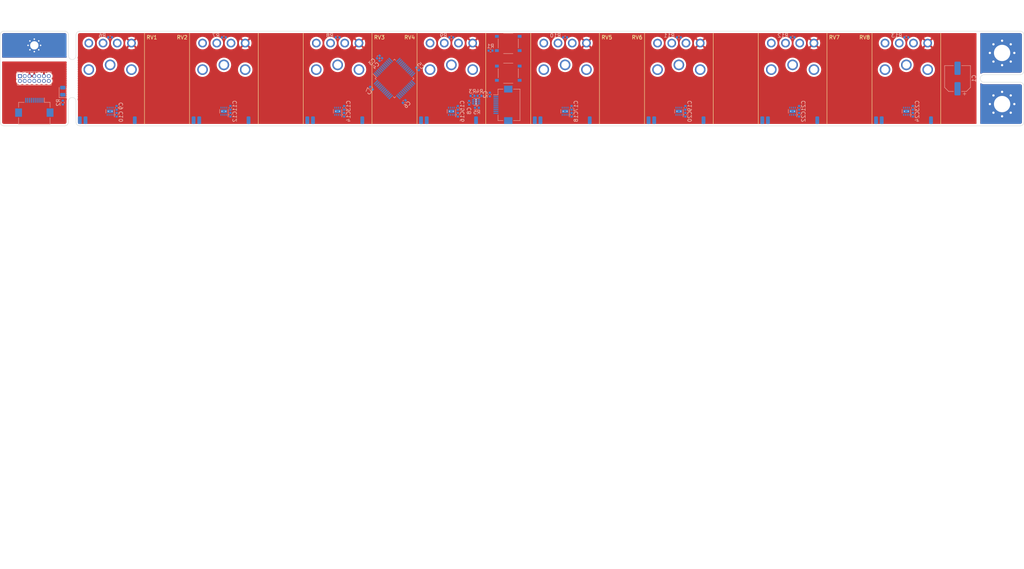
<source format=kicad_pcb>
(kicad_pcb (version 20211014) (generator pcbnew)

  (general
    (thickness 1.6)
  )

  (paper "A4")
  (layers
    (0 "F.Cu" signal)
    (31 "B.Cu" signal)
    (32 "B.Adhes" user "B.Adhesive")
    (33 "F.Adhes" user "F.Adhesive")
    (34 "B.Paste" user)
    (35 "F.Paste" user)
    (36 "B.SilkS" user "B.Silkscreen")
    (37 "F.SilkS" user "F.Silkscreen")
    (38 "B.Mask" user)
    (39 "F.Mask" user)
    (40 "Dwgs.User" user "User.Drawings")
    (41 "Cmts.User" user "User.Comments")
    (42 "Eco1.User" user "User.Eco1")
    (43 "Eco2.User" user "User.Eco2")
    (44 "Edge.Cuts" user)
    (45 "Margin" user)
    (46 "B.CrtYd" user "B.Courtyard")
    (47 "F.CrtYd" user "F.Courtyard")
    (48 "B.Fab" user)
    (49 "F.Fab" user)
    (50 "User.1" user)
    (51 "User.2" user)
    (52 "User.3" user)
    (53 "User.4" user)
    (54 "User.5" user)
    (55 "User.6" user)
    (56 "User.7" user)
    (57 "User.8" user)
    (58 "User.9" user)
  )

  (setup
    (stackup
      (layer "F.SilkS" (type "Top Silk Screen") (color "White"))
      (layer "F.Paste" (type "Top Solder Paste"))
      (layer "F.Mask" (type "Top Solder Mask") (color "Green") (thickness 0.01))
      (layer "F.Cu" (type "copper") (thickness 0.035))
      (layer "dielectric 1" (type "core") (thickness 1.51) (material "FR4") (epsilon_r 4.5) (loss_tangent 0.02))
      (layer "B.Cu" (type "copper") (thickness 0.035))
      (layer "B.Mask" (type "Bottom Solder Mask") (color "Green") (thickness 0.01))
      (layer "B.Paste" (type "Bottom Solder Paste"))
      (layer "B.SilkS" (type "Bottom Silk Screen") (color "White"))
      (copper_finish "ENIG")
      (dielectric_constraints no)
    )
    (pad_to_mask_clearance 0)
    (pcbplotparams
      (layerselection 0x00010fc_ffffffff)
      (disableapertmacros false)
      (usegerberextensions false)
      (usegerberattributes true)
      (usegerberadvancedattributes true)
      (creategerberjobfile true)
      (svguseinch false)
      (svgprecision 6)
      (excludeedgelayer true)
      (plotframeref false)
      (viasonmask false)
      (mode 1)
      (useauxorigin false)
      (hpglpennumber 1)
      (hpglpenspeed 20)
      (hpglpendiameter 15.000000)
      (dxfpolygonmode true)
      (dxfimperialunits true)
      (dxfusepcbnewfont true)
      (psnegative false)
      (psa4output false)
      (plotreference true)
      (plotvalue true)
      (plotinvisibletext false)
      (sketchpadsonfab false)
      (subtractmaskfromsilk false)
      (outputformat 1)
      (mirror false)
      (drillshape 1)
      (scaleselection 1)
      (outputdirectory "")
    )
  )

  (net 0 "")
  (net 1 "VDC")
  (net 2 "GND")
  (net 3 "+3V3")
  (net 4 "Net-(D1-Pad1)")
  (net 5 "VCC")
  (net 6 "/SWDIO{slash}DIR4")
  (net 7 "/SWCLK{slash}DIR3")
  (net 8 "/SWO{slash}DIR1")
  (net 9 "/NRST")
  (net 10 "/BOOT0")
  (net 11 "/ALERT")
  (net 12 "/USART1_RX")
  (net 13 "/USART1_TX")
  (net 14 "unconnected-(J1-PadMP)")
  (net 15 "/T_VCP_TX")
  (net 16 "GND1")
  (net 17 "/T_VCP_RX")
  (net 18 "Net-(J2-Pad4)")
  (net 19 "unconnected-(J2-Pad5)")
  (net 20 "/T_SWO")
  (net 21 "/T_SWCLK")
  (net 22 "/T_SWDIO")
  (net 23 "unconnected-(J2-PadMP)")
  (net 24 "unconnected-(J3-Pad1)")
  (net 25 "unconnected-(J3-Pad2)")
  (net 26 "unconnected-(J3-Pad10)")
  (net 27 "Net-(P1-Pad1)")
  (net 28 "Net-(P2-Pad1)")
  (net 29 "Net-(P3-Pad1)")
  (net 30 "Net-(P4-Pad1)")
  (net 31 "Net-(P5-Pad1)")
  (net 32 "Net-(P6-Pad1)")
  (net 33 "Net-(P7-Pad1)")
  (net 34 "Net-(P8-Pad1)")
  (net 35 "Net-(P13-Pad1)")
  (net 36 "Net-(P14-Pad1)")
  (net 37 "Net-(P15-Pad1)")
  (net 38 "Net-(P16-Pad1)")
  (net 39 "Net-(P17-Pad1)")
  (net 40 "Net-(P18-Pad1)")
  (net 41 "Net-(P19-Pad1)")
  (net 42 "Net-(P20-Pad1)")
  (net 43 "/SDA")
  (net 44 "/SCL")
  (net 45 "/TOUCH1")
  (net 46 "/TOUCH2")
  (net 47 "/TOUCH3")
  (net 48 "/TOUCH4")
  (net 49 "/TOUCH5")
  (net 50 "/TOUCH6")
  (net 51 "/TOUCH7")
  (net 52 "/TOUCH8")
  (net 53 "/ADC1")
  (net 54 "unconnected-(RV1-PadMP)")
  (net 55 "/ADC2")
  (net 56 "unconnected-(RV2-PadMP)")
  (net 57 "/ADC3")
  (net 58 "unconnected-(RV3-PadMP)")
  (net 59 "/ADC4")
  (net 60 "unconnected-(RV4-PadMP)")
  (net 61 "/ADC5")
  (net 62 "unconnected-(RV5-PadMP)")
  (net 63 "/ADC6")
  (net 64 "unconnected-(RV6-PadMP)")
  (net 65 "/ADC7")
  (net 66 "unconnected-(RV7-PadMP)")
  (net 67 "/ADC8")
  (net 68 "unconnected-(RV8-PadMP)")
  (net 69 "/DIR8")
  (net 70 "/DIR5")
  (net 71 "/DIR2")
  (net 72 "/DIR7")
  (net 73 "/PWM1")
  (net 74 "/PWM2")
  (net 75 "/NSLEEP")
  (net 76 "/DIR6")
  (net 77 "/PWM3")
  (net 78 "/PWM4")
  (net 79 "/PWM5")
  (net 80 "/PWM6")
  (net 81 "/PWM7")
  (net 82 "/PWM8")
  (net 83 "/T_NRST")
  (net 84 "unconnected-(J3-Pad9)")

  (footprint "faderboard:MouseBite_D0.3mm" (layer "F.Cu") (at 31.65 41.65))

  (footprint "MountingHole:MountingHole_4.3mm_M4_Pad_Via" (layer "F.Cu") (at 277.75 37.6))

  (footprint "faderboard:MouseBite_D0.3mm" (layer "F.Cu") (at 33.35 48.85))

  (footprint "faderboard:MouseBite_D0.3mm" (layer "F.Cu") (at 33.35 42.85))

  (footprint "faderboard:MouseBite_D0.3mm" (layer "F.Cu") (at 33.35 45.25))

  (footprint "faderboard:MouseBite_D0.3mm" (layer "F.Cu") (at 31.65 48.25))

  (footprint "faderboard:MouseBite_D0.3mm" (layer "F.Cu") (at 31.65 39.85))

  (footprint "faderboard:MouseBite_D0.3mm" (layer "F.Cu") (at 31.65 39.25))

  (footprint "faderboard:MouseBite_D0.3mm" (layer "F.Cu") (at 33.35 45.85))

  (footprint "faderboard:Fader_Alps_RSx0N11M9A0x" (layer "F.Cu") (at 72.5 35))

  (footprint "faderboard:MouseBite_D0.3mm" (layer "F.Cu") (at 31.65 47.05))

  (footprint "faderboard:MouseBite_D0.3mm" (layer "F.Cu") (at 31.65 43.45))

  (footprint "faderboard:MouseBite_D0.3mm" (layer "F.Cu") (at 31.65 45.25))

  (footprint "faderboard:MouseBite_D0.3mm" (layer "F.Cu") (at 31.65 49.45))

  (footprint "faderboard:MouseBite_D0.3mm" (layer "F.Cu") (at 33.35 41.65))

  (footprint "faderboard:MouseBite_D0.3mm" (layer "F.Cu") (at 31.65 44.05))

  (footprint "faderboard:MouseBite_D0.3mm" (layer "F.Cu") (at 33.35 44.05))

  (footprint "faderboard:MouseBite_D0.3mm" (layer "F.Cu") (at 33.35 49.45))

  (footprint "faderboard:MouseBite_D0.3mm" (layer "F.Cu") (at 31.65 42.85))

  (footprint "faderboard:Fader_Alps_RSx0N11M9A0x" (layer "F.Cu") (at 222.5 35))

  (footprint "faderboard:MouseBite_D0.3mm" (layer "F.Cu") (at 33.35 46.45))

  (footprint "MountingHole:MountingHole_4.3mm_M4_Pad_Via" (layer "F.Cu") (at 277.75 51.1))

  (footprint "faderboard:MouseBite_D0.3mm" (layer "F.Cu") (at 33.35 44.65))

  (footprint "faderboard:Fader_Alps_RSx0N11M9A0x" (layer "F.Cu") (at 42.5 35))

  (footprint "faderboard:MouseBite_D0.3mm" (layer "F.Cu") (at 33.35 47.05))

  (footprint "faderboard:MouseBite_D0.3mm" (layer "F.Cu") (at 31.65 47.65))

  (footprint "faderboard:MouseBite_D0.3mm" (layer "F.Cu") (at 31.65 46.45))

  (footprint "faderboard:Fader_Alps_RSx0N11M9A0x" (layer "F.Cu") (at 252.5 35))

  (footprint "faderboard:Fader_Alps_RSx0N11M9A0x" (layer "F.Cu") (at 162.5 35))

  (footprint "faderboard:MouseBite_D0.3mm" (layer "F.Cu") (at 31.65 45.85))

  (footprint "faderboard:MouseBite_D0.3mm" (layer "F.Cu") (at 33.35 39.25))

  (footprint "faderboard:MouseBite_D0.3mm" (layer "F.Cu") (at 33.35 42.25))

  (footprint "faderboard:Fader_Alps_RSx0N11M9A0x" (layer "F.Cu") (at 102.5 35))

  (footprint "faderboard:MouseBite_D0.3mm" (layer "F.Cu") (at 33.35 41.05))

  (footprint "faderboard:MouseBite_D0.3mm" (layer "F.Cu") (at 33.35 47.65))

  (footprint "faderboard:MouseBite_D0.3mm" (layer "F.Cu") (at 31.65 40.45))

  (footprint "faderboard:MouseBite_D0.3mm" (layer "F.Cu") (at 31.65 41.05))

  (footprint "faderboard:Fader_Alps_RSx0N11M9A0x" (layer "F.Cu") (at 132.5 35))

  (footprint "faderboard:MouseBite_D0.3mm" (layer "F.Cu") (at 31.65 44.65))

  (footprint "faderboard:MouseBite_D0.3mm" (layer "F.Cu") (at 31.65 48.85))

  (footprint "MountingHole:MountingHole_2.2mm_M2_Pad_Via" (layer "F.Cu") (at 22.5 35.6))

  (footprint "faderboard:Fader_Alps_RSx0N11M9A0x" (layer "F.Cu") (at 192.5 35))

  (footprint "faderboard:MouseBite_D0.3mm" (layer "F.Cu") (at 33.35 40.45))

  (footprint "faderboard:MouseBite_D0.3mm" (layer "F.Cu") (at 33.35 39.85))

  (footprint "faderboard:MouseBite_D0.3mm" (layer "F.Cu") (at 33.35 43.45))

  (footprint "faderboard:MouseBite_D0.3mm" (layer "F.Cu") (at 33.35 48.25))

  (footprint "faderboard:MouseBite_D0.3mm" (layer "F.Cu") (at 31.65 42.25))

  (footprint "Package_SON:WSON-8-1EP_2x2mm_P0.5mm_EP0.9x1.6mm_ThermalVias" (layer "B.Cu") (at 252.5 53 90))

  (footprint "Capacitor_SMD:CP_Elec_6.3x7.7" (layer "B.Cu") (at 266 44.35 90))

  (footprint "Capacitor_SMD:C_0402_1005Metric" (layer "B.Cu") (at 224.21 52.09 -90))

  (footprint "Connector_FFC-FPC:Hirose_FH12-10S-0.5SH_1x10-1MP_P0.50mm_Horizontal" (layer "B.Cu") (at 146.1 51.3 -90))

  (footprint "Resistor_SMD:R_0402_1005Metric" (layer "B.Cu") (at 30 50.7 -90))

  (footprint "Package_SON:WSON-8-1EP_2x2mm_P0.5mm_EP0.9x1.6mm_ThermalVias" (layer "B.Cu") (at 102.5 53 90))

  (footprint "Capacitor_SMD:C_0402_1005Metric" (layer "B.Cu") (at 224.21 53.91 90))

  (footprint "Connector_Wire:SolderWirePad_1x01_SMD_1x2mm" (layer "B.Cu") (at 246 55.35 180))

  (footprint "Capacitor_SMD:C_0402_1005Metric" (layer "B.Cu") (at 194.21 52.09 -90))

  (footprint "Capacitor_SMD:C_0402_1005Metric" (layer "B.Cu") (at 104.21 53.91 90))

  (footprint "Connector_Wire:SolderWirePad_1x01_SMD_1x2mm" (layer "B.Cu") (at 214.5 55.35 180))

  (footprint "Package_SON:WSON-8-1EP_2x2mm_P0.5mm_EP0.9x1.6mm_ThermalVias" (layer "B.Cu") (at 132.5 53 90))

  (footprint "Capacitor_SMD:C_0402_1005Metric" (layer "B.Cu") (at 44.21 52.09 -90))

  (footprint "Resistor_SMD:R_0402_1005Metric" (layer "B.Cu") (at 102.5 33.5))

  (footprint "Connector_Wire:SolderWirePad_1x01_SMD_1x2mm" (layer "B.Cu") (at 49 55.35 180))

  (footprint "Resistor_SMD:R_0402_1005Metric" (layer "B.Cu") (at 139.24 52.07))

  (footprint "Capacitor_SMD:C_0402_1005Metric" (layer "B.Cu") (at 164.21 53.91 90))

  (footprint "Capacitor_SMD:C_0402_1005Metric" (layer "B.Cu") (at 142.64 48.57 90))

  (footprint "Capacitor_SMD:C_0402_1005Metric" (layer "B.Cu") (at 74.21 52.09 -90))

  (footprint "Connector_Wire:SolderWirePad_1x01_SMD_1x2mm" (layer "B.Cu") (at 259 55.35 180))

  (footprint "Connector_Wire:SolderWirePad_1x01_SMD_1x2mm" (layer "B.Cu") (at 169 55.35 180))

  (footprint "Capacitor_SMD:C_0402_1005Metric" (layer "B.Cu") (at 254.21 52.09 -90))

  (footprint "Capacitor_SMD:C_0402_1005Metric" (layer "B.Cu") (at 113.886684 39.322471 -135))

  (footprint "Capacitor_SMD:C_0402_1005Metric" (layer "B.Cu") (at 134.21 52.09 -90))

  (footprint "Connector_Wire:SolderWirePad_1x01_SMD_1x2mm" (layer "B.Cu") (at 94.5 55.35 180))

  (footprint "faderboard:SW_Push_SPST_NO_XKB_TS-1187A-X-X-X" (layer "B.Cu") (at 147.5 42.95 180))

  (footprint "Capacitor_SMD:C_0402_1005Metric" (layer "B.Cu") (at 44.21 53.91 90))

  (footprint "Capacitor_SMD:C_0402_1005Metric" (layer "B.Cu") (at 123.588189 41.797345 135))

  (footprint "Connector_Wire:SolderWirePad_1x01_SMD_1x2mm" (layer "B.Cu") (at 216 55.35 180))

  (footprint "Resistor_SMD:R_0402_1005Metric" (layer "B.Cu") (at 142.82 36.975 180))

  (footprint "Connector_Wire:SolderWirePad_1x01_SMD_1x2mm" (layer "B.Cu") (at 154.5 55.35 180))

  (footprint "Package_TO_SOT_SMD:SOT-563" (layer "B.Cu") (at 139 50.5 180))

  (footprint "Capacitor_SMD:C_0402_1005Metric" (layer "B.Cu") (at 254.21 53.91 90))

  (footprint "Package_SON:WSON-8-1EP_2x2mm_P0.5mm_EP0.9x1.6mm_ThermalVias" (layer "B.Cu") (at 72.5 53 90))

  (footprint "Connector_Wire:SolderWirePad_1x01_SMD_1x2mm" (layer "B.Cu") (at 126 55.35 180))

  (footprint "Resistor_SMD:R_0402_1005Metric" (layer "B.Cu") (at 139.93 48.93 180))

  (footprint "Connector_Wire:SolderWirePad_1x01_SMD_1x2mm" (layer "B.Cu") (at 109 55.35 180))

  (footprint "Connector_Wire:SolderWirePad_1x01_SMD_1x2mm" (layer "B.Cu") (at 64.5 55.35 180))

  (footprint "Connector_Wire:SolderWirePad_1x01_SMD_1x2mm" (layer "B.Cu") (at 96 55.35 180))

  (footprint "Connector_Wire:SolderWirePad_1x01_SMD_1x2mm" (layer "B.Cu")
    (tedit 5DD6EB27) (tstamp 917f6612-8c95-40ce-9683-f6bee70382ac)
    (at 139 55.35 180)
    (descr "Wire Pad, Square, SMD Pad,  1mm x 2mm,")
    (tags "MesurementPoint Square SMDPad 1mmx2mm ")
    (property "Sheetfile" "faderboard.kicad_sch")
    (property "Sheetname" "")
    (property "exclude_from_bom" "")
    (path "/4b55f6d8-6a97-47f3-8c96-32886e8e349e")
    (attr exclude_from_pos_files exclude_from_bom)
    (fp_text reference "P7" (at 0 2.54) (layer "B.SilkS") hide
      (effects (font (size 1 1) (thickness 0.15)) (justify mirror))
      (tstamp ef4e43d0-5320-42cc-93cd-4ca915a2bc22)
    )
    (fp_text value "A" (at 0 -2.54) (layer "B.Fab")
      (effects (font (size 1 1) (thickness 0.15)) (justify mirror))
      (tstamp 13308189-ae2e-4e13-89b8-1c9cff1d541f)
    )
    (fp_text user "${REFERENCE}" (at 0 0) (layer "B.Fab")
      (effects (font (size 1 1) (thickness 0.15)) (justify mirror))
      (tstamp 9fef508f-303b-450d-bde9-e828ec74674e)
    )
    (fp_line (start 0.63 1.27) (end -0.63 1.27) (layer "B.CrtYd") (width 0.05) (tstamp 8bf90f2b-c838-443c-bb87-4cb578719f33))
    (fp_line (start 0.63 -1.27) (end 0.63 1.27) (layer "B.CrtYd") (width 0.05) (tstamp efc8577a-a3e2-437f-95a6-87efecde3daa))
    (fp_line (start -0.63 -1.27) (end 0.63 -1.27) (layer "B.CrtYd") (width 0.05) (tstamp fb01b1e7-5f75-4e85-8c1a-de599315e5ed))
    (fp_line (start -0.63 1.27) (end -0.63 -1.27) (layer "B.CrtYd") (width 0.05) (tstamp fbdf6756-ef06-4d65-81a9-a5df066de100))
    (fp_line (start 0.63 1.27) (end 0.63 -1.27) (layer "B.Fab") (width 0.1) (tstamp 19da265e-8e4b-412c-9f3d-9c376854cbaa))
    (fp_line (start -0.63 1.27) (end 0.63 1.27) (layer "B.Fab") (width 0.1) (tstamp 200ee552-33a2-49df-b847-df3a8ef84de4))
    (fp_line (start 0.63 -1.27) (end -0.63 -1.27) (layer "B.Fab") (width 0.1) (tstamp e5623e0e-a27d-45b3-9422-fd95769b5ed9))
    (fp_line (start -0.63 -1.27) (end -0.63 1.27) (layer "B.Fab") (width 0.1) (tstamp e866ba28-e63e-4913-8889-85aad72cf1d1))
    (pad "1" smd roundrect (at 0 0 180) (size 1 2) (layers "B.Cu" "B.Paste" "B.Mask") (roundrect_rratio 0.25)
      (net 33
... [396685 chars truncated]
</source>
